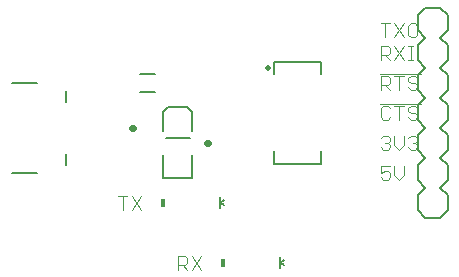
<source format=gto>
G75*
%MOIN*%
%OFA0B0*%
%FSLAX25Y25*%
%IPPOS*%
%LPD*%
%AMOC8*
5,1,8,0,0,1.08239X$1,22.5*
%
%ADD10C,0.00400*%
%ADD11C,0.02200*%
%ADD12C,0.00800*%
%ADD13C,0.00500*%
%ADD14R,0.01800X0.03000*%
%ADD15C,0.02000*%
D10*
X0158533Y0057700D02*
X0158533Y0062304D01*
X0160835Y0062304D01*
X0161603Y0061537D01*
X0161603Y0060002D01*
X0160835Y0059235D01*
X0158533Y0059235D01*
X0160068Y0059235D02*
X0161603Y0057700D01*
X0163137Y0057700D02*
X0166207Y0062304D01*
X0163137Y0062304D02*
X0166207Y0057700D01*
X0146207Y0077700D02*
X0143137Y0082304D01*
X0141603Y0082304D02*
X0138533Y0082304D01*
X0140068Y0082304D02*
X0140068Y0077700D01*
X0143137Y0077700D02*
X0146207Y0082304D01*
X0226033Y0088467D02*
X0226801Y0087700D01*
X0228335Y0087700D01*
X0229103Y0088467D01*
X0229103Y0090002D01*
X0228335Y0090769D01*
X0227568Y0090769D01*
X0226033Y0090002D01*
X0226033Y0092304D01*
X0229103Y0092304D01*
X0230637Y0092304D02*
X0230637Y0089235D01*
X0232172Y0087700D01*
X0233707Y0089235D01*
X0233707Y0092304D01*
X0232172Y0097700D02*
X0233707Y0099235D01*
X0233707Y0102304D01*
X0235241Y0101537D02*
X0236008Y0102304D01*
X0237543Y0102304D01*
X0238310Y0101537D01*
X0238310Y0100769D01*
X0237543Y0100002D01*
X0238310Y0099235D01*
X0238310Y0098467D01*
X0237543Y0097700D01*
X0236008Y0097700D01*
X0235241Y0098467D01*
X0236776Y0100002D02*
X0237543Y0100002D01*
X0232172Y0097700D02*
X0230637Y0099235D01*
X0230637Y0102304D01*
X0229103Y0101537D02*
X0229103Y0100769D01*
X0228335Y0100002D01*
X0229103Y0099235D01*
X0229103Y0098467D01*
X0228335Y0097700D01*
X0226801Y0097700D01*
X0226033Y0098467D01*
X0227568Y0100002D02*
X0228335Y0100002D01*
X0229103Y0101537D02*
X0228335Y0102304D01*
X0226801Y0102304D01*
X0226033Y0101537D01*
X0226801Y0107700D02*
X0228335Y0107700D01*
X0229103Y0108467D01*
X0226801Y0107700D02*
X0226033Y0108467D01*
X0226033Y0111537D01*
X0226801Y0112304D01*
X0228335Y0112304D01*
X0229103Y0111537D01*
X0230637Y0112304D02*
X0233707Y0112304D01*
X0232172Y0112304D02*
X0232172Y0107700D01*
X0235241Y0108467D02*
X0236008Y0107700D01*
X0237543Y0107700D01*
X0238310Y0108467D01*
X0238310Y0109235D01*
X0237543Y0110002D01*
X0236008Y0110002D01*
X0235241Y0110769D01*
X0235241Y0111537D01*
X0236008Y0112304D01*
X0237543Y0112304D01*
X0238310Y0111537D01*
X0239645Y0113100D02*
X0225833Y0113100D01*
X0226033Y0117700D02*
X0226033Y0122304D01*
X0228335Y0122304D01*
X0229103Y0121537D01*
X0229103Y0120002D01*
X0228335Y0119235D01*
X0226033Y0119235D01*
X0227568Y0119235D02*
X0229103Y0117700D01*
X0232172Y0117700D02*
X0232172Y0122304D01*
X0230637Y0122304D02*
X0233707Y0122304D01*
X0235241Y0121537D02*
X0236008Y0122304D01*
X0237543Y0122304D01*
X0238310Y0121537D01*
X0237543Y0120002D02*
X0236008Y0120002D01*
X0235241Y0120769D01*
X0235241Y0121537D01*
X0237543Y0120002D02*
X0238310Y0119235D01*
X0238310Y0118467D01*
X0237543Y0117700D01*
X0236008Y0117700D01*
X0235241Y0118467D01*
X0239645Y0123100D02*
X0225833Y0123100D01*
X0226033Y0127700D02*
X0226033Y0132304D01*
X0228335Y0132304D01*
X0229103Y0131537D01*
X0229103Y0130002D01*
X0228335Y0129235D01*
X0226033Y0129235D01*
X0227568Y0129235D02*
X0229103Y0127700D01*
X0230637Y0127700D02*
X0233707Y0132304D01*
X0235241Y0132304D02*
X0236776Y0132304D01*
X0236008Y0132304D02*
X0236008Y0127700D01*
X0235241Y0127700D02*
X0236776Y0127700D01*
X0233707Y0127700D02*
X0230637Y0132304D01*
X0230637Y0135200D02*
X0233707Y0139804D01*
X0235241Y0139037D02*
X0236008Y0139804D01*
X0237543Y0139804D01*
X0238310Y0139037D01*
X0238310Y0135967D01*
X0237543Y0135200D01*
X0236008Y0135200D01*
X0235241Y0135967D01*
X0235241Y0139037D01*
X0233707Y0135200D02*
X0230637Y0139804D01*
X0229103Y0139804D02*
X0226033Y0139804D01*
X0227568Y0139804D02*
X0227568Y0135200D01*
D11*
X0143453Y0105000D02*
X0143213Y0105000D01*
X0168213Y0100000D02*
X0168453Y0100000D01*
D12*
X0163058Y0103937D02*
X0163058Y0110236D01*
X0161483Y0111811D01*
X0155184Y0111811D01*
X0153609Y0110236D01*
X0153609Y0103937D01*
X0153609Y0096063D02*
X0153609Y0088189D01*
X0163058Y0088189D01*
X0163058Y0096063D01*
X0190633Y0097200D02*
X0190633Y0092950D01*
X0206033Y0092950D01*
X0206033Y0097200D01*
X0238333Y0097500D02*
X0238333Y0102500D01*
X0240833Y0105000D01*
X0238333Y0107500D01*
X0238333Y0112500D01*
X0240833Y0115000D01*
X0238333Y0117500D01*
X0238333Y0122500D01*
X0240833Y0125000D01*
X0238333Y0127500D01*
X0238333Y0132500D01*
X0240833Y0135000D01*
X0238333Y0137500D01*
X0238333Y0142500D01*
X0240833Y0145000D01*
X0245833Y0145000D01*
X0248333Y0142500D01*
X0248333Y0137500D01*
X0245833Y0135000D01*
X0248333Y0132500D01*
X0248333Y0127500D01*
X0245833Y0125000D01*
X0248333Y0122500D01*
X0248333Y0117500D01*
X0245833Y0115000D01*
X0248333Y0112500D01*
X0248333Y0107500D01*
X0245833Y0105000D01*
X0248333Y0102500D01*
X0248333Y0097500D01*
X0245833Y0095000D01*
X0248333Y0092500D01*
X0248333Y0087500D01*
X0245833Y0085000D01*
X0248333Y0082500D01*
X0248333Y0077500D01*
X0245833Y0075000D01*
X0240833Y0075000D01*
X0238333Y0077500D01*
X0238333Y0082500D01*
X0240833Y0085000D01*
X0238333Y0087500D01*
X0238333Y0092500D01*
X0240833Y0095000D01*
X0238333Y0097500D01*
X0206033Y0122800D02*
X0206033Y0127050D01*
X0190633Y0127050D01*
X0190633Y0122800D01*
X0150833Y0123000D02*
X0145833Y0123000D01*
X0145833Y0117000D02*
X0150833Y0117000D01*
X0121325Y0117205D02*
X0121325Y0113661D01*
X0111483Y0119961D02*
X0103215Y0119961D01*
X0121325Y0096339D02*
X0121325Y0092795D01*
X0111483Y0090039D02*
X0103215Y0090039D01*
X0172664Y0081811D02*
X0172664Y0080000D01*
X0173885Y0080920D01*
X0172664Y0080000D02*
X0172664Y0078189D01*
X0173885Y0079140D02*
X0172725Y0079900D01*
X0192664Y0061811D02*
X0192664Y0060000D01*
X0193885Y0060920D01*
X0192664Y0060000D02*
X0192664Y0058189D01*
X0193885Y0059140D02*
X0192725Y0059900D01*
D13*
X0162333Y0101500D02*
X0154333Y0101500D01*
D14*
X0153333Y0080000D03*
X0173333Y0060000D03*
D15*
X0188333Y0125000D03*
M02*

</source>
